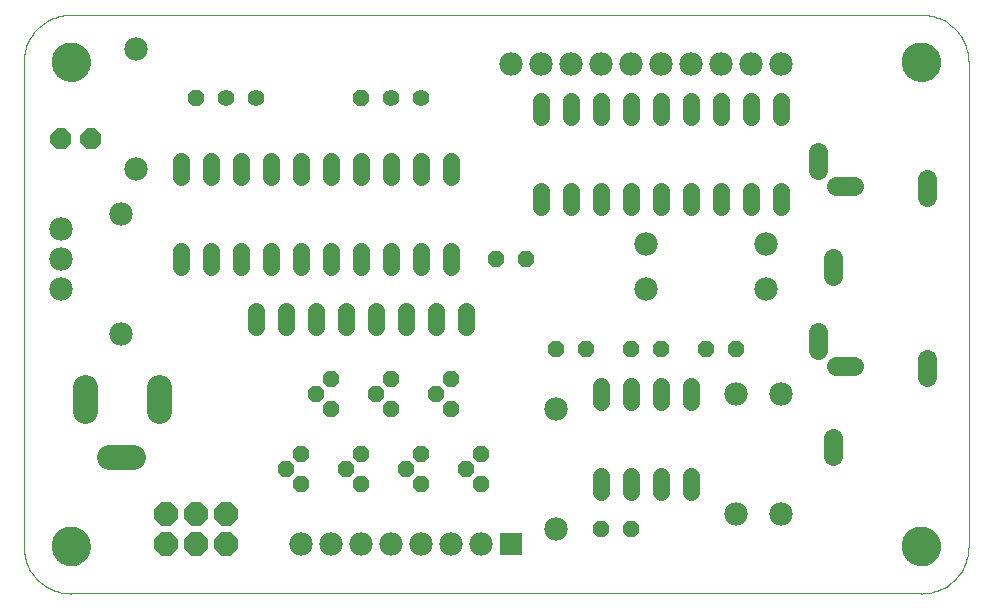
<source format=gts>
G75*
%MOIN*%
%OFA0B0*%
%FSLAX24Y24*%
%IPPOS*%
%LPD*%
%AMOC8*
5,1,8,0,0,1.08239X$1,22.5*
%
%ADD10C,0.0560*%
%ADD11OC8,0.0560*%
%ADD12C,0.0634*%
%ADD13C,0.0780*%
%ADD14OC8,0.0555*%
%ADD15C,0.0555*%
%ADD16C,0.0000*%
%ADD17C,0.1300*%
%ADD18C,0.0840*%
%ADD19OC8,0.0780*%
%ADD20R,0.0780X0.0780*%
%ADD21OC8,0.0700*%
D10*
X013166Y012301D02*
X013166Y012821D01*
X014166Y012821D02*
X014166Y012301D01*
X015166Y012301D02*
X015166Y012821D01*
X016166Y012821D02*
X016166Y012301D01*
X017166Y012301D02*
X017166Y012821D01*
X018166Y012821D02*
X018166Y012301D01*
X019166Y012301D02*
X019166Y012821D01*
X020166Y012821D02*
X020166Y012301D01*
X019666Y014301D02*
X019666Y014821D01*
X018666Y014821D02*
X018666Y014301D01*
X017666Y014301D02*
X017666Y014821D01*
X016666Y014821D02*
X016666Y014301D01*
X015666Y014301D02*
X015666Y014821D01*
X014666Y014821D02*
X014666Y014301D01*
X013666Y014301D02*
X013666Y014821D01*
X012666Y014821D02*
X012666Y014301D01*
X011666Y014301D02*
X011666Y014821D01*
X010666Y014821D02*
X010666Y014301D01*
X010666Y017301D02*
X010666Y017821D01*
X011666Y017821D02*
X011666Y017301D01*
X012666Y017301D02*
X012666Y017821D01*
X013666Y017821D02*
X013666Y017301D01*
X014666Y017301D02*
X014666Y017821D01*
X015666Y017821D02*
X015666Y017301D01*
X016666Y017301D02*
X016666Y017821D01*
X017666Y017821D02*
X017666Y017301D01*
X018666Y017301D02*
X018666Y017821D01*
X019666Y017821D02*
X019666Y017301D01*
X022666Y016821D02*
X022666Y016301D01*
X023666Y016301D02*
X023666Y016821D01*
X024666Y016821D02*
X024666Y016301D01*
X025666Y016301D02*
X025666Y016821D01*
X026666Y016821D02*
X026666Y016301D01*
X027666Y016301D02*
X027666Y016821D01*
X028666Y016821D02*
X028666Y016301D01*
X029666Y016301D02*
X029666Y016821D01*
X030666Y016821D02*
X030666Y016301D01*
X030666Y019301D02*
X030666Y019821D01*
X029666Y019821D02*
X029666Y019301D01*
X028666Y019301D02*
X028666Y019821D01*
X027666Y019821D02*
X027666Y019301D01*
X026666Y019301D02*
X026666Y019821D01*
X025666Y019821D02*
X025666Y019301D01*
X024666Y019301D02*
X024666Y019821D01*
X023666Y019821D02*
X023666Y019301D01*
X022666Y019301D02*
X022666Y019821D01*
X024666Y010321D02*
X024666Y009801D01*
X025666Y009801D02*
X025666Y010321D01*
X026666Y010321D02*
X026666Y009801D01*
X027666Y009801D02*
X027666Y010321D01*
X027666Y007321D02*
X027666Y006801D01*
X026666Y006801D02*
X026666Y007321D01*
X025666Y007321D02*
X025666Y006801D01*
X024666Y006801D02*
X024666Y007321D01*
D11*
X024666Y005561D03*
X025666Y005561D03*
X020666Y007061D03*
X020166Y007561D03*
X020666Y008061D03*
X018666Y008061D03*
X018166Y007561D03*
X018666Y007061D03*
X016666Y007061D03*
X016166Y007561D03*
X016666Y008061D03*
X014666Y008061D03*
X014166Y007561D03*
X014666Y007061D03*
X015666Y009561D03*
X015166Y010061D03*
X015666Y010561D03*
X017166Y010061D03*
X017666Y009561D03*
X019166Y010061D03*
X019666Y009561D03*
X019666Y010561D03*
X017666Y010561D03*
X023166Y011561D03*
X024166Y011561D03*
X025666Y011561D03*
X026666Y011561D03*
X028166Y011561D03*
X029166Y011561D03*
X022166Y014561D03*
X021166Y014561D03*
D12*
X031883Y012130D02*
X031883Y011536D01*
X032491Y011006D02*
X033085Y011006D01*
X035544Y011224D02*
X035544Y010631D01*
X032394Y008586D02*
X032394Y007993D01*
X032394Y013993D02*
X032394Y014586D01*
X035544Y016631D02*
X035544Y017224D01*
X033085Y017006D02*
X032491Y017006D01*
X031883Y017536D02*
X031883Y018130D01*
D13*
X030666Y021061D03*
X029666Y021061D03*
X028666Y021061D03*
X027666Y021061D03*
X026666Y021061D03*
X025666Y021061D03*
X024666Y021061D03*
X023666Y021061D03*
X022666Y021061D03*
X021666Y021061D03*
X026166Y015061D03*
X026166Y013561D03*
X030166Y013561D03*
X030166Y015061D03*
X030666Y010061D03*
X029166Y010061D03*
X023166Y009561D03*
X029166Y006061D03*
X030666Y006061D03*
X023166Y005561D03*
X020666Y005061D03*
X019666Y005061D03*
X018666Y005061D03*
X017666Y005061D03*
X016666Y005061D03*
X015666Y005061D03*
X014666Y005061D03*
X008666Y012061D03*
X006666Y013561D03*
X006666Y014561D03*
X006666Y015561D03*
X008666Y016061D03*
X009166Y017561D03*
X009166Y021561D03*
D14*
X011166Y019923D03*
X016666Y019923D03*
D15*
X017666Y019923D03*
X018666Y019923D03*
X013166Y019923D03*
X012166Y019923D03*
D16*
X006993Y003416D02*
X035339Y003416D01*
X034709Y004990D02*
X034711Y005040D01*
X034717Y005090D01*
X034727Y005139D01*
X034741Y005187D01*
X034758Y005234D01*
X034779Y005279D01*
X034804Y005323D01*
X034832Y005364D01*
X034864Y005403D01*
X034898Y005440D01*
X034935Y005474D01*
X034975Y005504D01*
X035017Y005531D01*
X035061Y005555D01*
X035107Y005576D01*
X035154Y005592D01*
X035202Y005605D01*
X035252Y005614D01*
X035301Y005619D01*
X035352Y005620D01*
X035402Y005617D01*
X035451Y005610D01*
X035500Y005599D01*
X035548Y005584D01*
X035594Y005566D01*
X035639Y005544D01*
X035682Y005518D01*
X035723Y005489D01*
X035762Y005457D01*
X035798Y005422D01*
X035830Y005384D01*
X035860Y005344D01*
X035887Y005301D01*
X035910Y005257D01*
X035929Y005211D01*
X035945Y005163D01*
X035957Y005114D01*
X035965Y005065D01*
X035969Y005015D01*
X035969Y004965D01*
X035965Y004915D01*
X035957Y004866D01*
X035945Y004817D01*
X035929Y004769D01*
X035910Y004723D01*
X035887Y004679D01*
X035860Y004636D01*
X035830Y004596D01*
X035798Y004558D01*
X035762Y004523D01*
X035723Y004491D01*
X035682Y004462D01*
X035639Y004436D01*
X035594Y004414D01*
X035548Y004396D01*
X035500Y004381D01*
X035451Y004370D01*
X035402Y004363D01*
X035352Y004360D01*
X035301Y004361D01*
X035252Y004366D01*
X035202Y004375D01*
X035154Y004388D01*
X035107Y004404D01*
X035061Y004425D01*
X035017Y004449D01*
X034975Y004476D01*
X034935Y004506D01*
X034898Y004540D01*
X034864Y004577D01*
X034832Y004616D01*
X034804Y004657D01*
X034779Y004701D01*
X034758Y004746D01*
X034741Y004793D01*
X034727Y004841D01*
X034717Y004890D01*
X034711Y004940D01*
X034709Y004990D01*
X035339Y003415D02*
X035416Y003417D01*
X035493Y003423D01*
X035570Y003432D01*
X035646Y003445D01*
X035722Y003462D01*
X035796Y003483D01*
X035870Y003507D01*
X035942Y003535D01*
X036012Y003566D01*
X036081Y003601D01*
X036149Y003639D01*
X036214Y003680D01*
X036277Y003725D01*
X036338Y003773D01*
X036397Y003823D01*
X036453Y003876D01*
X036506Y003932D01*
X036556Y003991D01*
X036604Y004052D01*
X036649Y004115D01*
X036690Y004180D01*
X036728Y004248D01*
X036763Y004317D01*
X036794Y004387D01*
X036822Y004459D01*
X036846Y004533D01*
X036867Y004607D01*
X036884Y004683D01*
X036897Y004759D01*
X036906Y004836D01*
X036912Y004913D01*
X036914Y004990D01*
X036914Y021132D01*
X034709Y021132D02*
X034711Y021182D01*
X034717Y021232D01*
X034727Y021281D01*
X034741Y021329D01*
X034758Y021376D01*
X034779Y021421D01*
X034804Y021465D01*
X034832Y021506D01*
X034864Y021545D01*
X034898Y021582D01*
X034935Y021616D01*
X034975Y021646D01*
X035017Y021673D01*
X035061Y021697D01*
X035107Y021718D01*
X035154Y021734D01*
X035202Y021747D01*
X035252Y021756D01*
X035301Y021761D01*
X035352Y021762D01*
X035402Y021759D01*
X035451Y021752D01*
X035500Y021741D01*
X035548Y021726D01*
X035594Y021708D01*
X035639Y021686D01*
X035682Y021660D01*
X035723Y021631D01*
X035762Y021599D01*
X035798Y021564D01*
X035830Y021526D01*
X035860Y021486D01*
X035887Y021443D01*
X035910Y021399D01*
X035929Y021353D01*
X035945Y021305D01*
X035957Y021256D01*
X035965Y021207D01*
X035969Y021157D01*
X035969Y021107D01*
X035965Y021057D01*
X035957Y021008D01*
X035945Y020959D01*
X035929Y020911D01*
X035910Y020865D01*
X035887Y020821D01*
X035860Y020778D01*
X035830Y020738D01*
X035798Y020700D01*
X035762Y020665D01*
X035723Y020633D01*
X035682Y020604D01*
X035639Y020578D01*
X035594Y020556D01*
X035548Y020538D01*
X035500Y020523D01*
X035451Y020512D01*
X035402Y020505D01*
X035352Y020502D01*
X035301Y020503D01*
X035252Y020508D01*
X035202Y020517D01*
X035154Y020530D01*
X035107Y020546D01*
X035061Y020567D01*
X035017Y020591D01*
X034975Y020618D01*
X034935Y020648D01*
X034898Y020682D01*
X034864Y020719D01*
X034832Y020758D01*
X034804Y020799D01*
X034779Y020843D01*
X034758Y020888D01*
X034741Y020935D01*
X034727Y020983D01*
X034717Y021032D01*
X034711Y021082D01*
X034709Y021132D01*
X035339Y022707D02*
X035416Y022705D01*
X035493Y022699D01*
X035570Y022690D01*
X035646Y022677D01*
X035722Y022660D01*
X035796Y022639D01*
X035870Y022615D01*
X035942Y022587D01*
X036012Y022556D01*
X036081Y022521D01*
X036149Y022483D01*
X036214Y022442D01*
X036277Y022397D01*
X036338Y022349D01*
X036397Y022299D01*
X036453Y022246D01*
X036506Y022190D01*
X036556Y022131D01*
X036604Y022070D01*
X036649Y022007D01*
X036690Y021942D01*
X036728Y021874D01*
X036763Y021805D01*
X036794Y021735D01*
X036822Y021663D01*
X036846Y021589D01*
X036867Y021515D01*
X036884Y021439D01*
X036897Y021363D01*
X036906Y021286D01*
X036912Y021209D01*
X036914Y021132D01*
X035339Y022707D02*
X006993Y022707D01*
X006363Y021132D02*
X006365Y021182D01*
X006371Y021232D01*
X006381Y021281D01*
X006395Y021329D01*
X006412Y021376D01*
X006433Y021421D01*
X006458Y021465D01*
X006486Y021506D01*
X006518Y021545D01*
X006552Y021582D01*
X006589Y021616D01*
X006629Y021646D01*
X006671Y021673D01*
X006715Y021697D01*
X006761Y021718D01*
X006808Y021734D01*
X006856Y021747D01*
X006906Y021756D01*
X006955Y021761D01*
X007006Y021762D01*
X007056Y021759D01*
X007105Y021752D01*
X007154Y021741D01*
X007202Y021726D01*
X007248Y021708D01*
X007293Y021686D01*
X007336Y021660D01*
X007377Y021631D01*
X007416Y021599D01*
X007452Y021564D01*
X007484Y021526D01*
X007514Y021486D01*
X007541Y021443D01*
X007564Y021399D01*
X007583Y021353D01*
X007599Y021305D01*
X007611Y021256D01*
X007619Y021207D01*
X007623Y021157D01*
X007623Y021107D01*
X007619Y021057D01*
X007611Y021008D01*
X007599Y020959D01*
X007583Y020911D01*
X007564Y020865D01*
X007541Y020821D01*
X007514Y020778D01*
X007484Y020738D01*
X007452Y020700D01*
X007416Y020665D01*
X007377Y020633D01*
X007336Y020604D01*
X007293Y020578D01*
X007248Y020556D01*
X007202Y020538D01*
X007154Y020523D01*
X007105Y020512D01*
X007056Y020505D01*
X007006Y020502D01*
X006955Y020503D01*
X006906Y020508D01*
X006856Y020517D01*
X006808Y020530D01*
X006761Y020546D01*
X006715Y020567D01*
X006671Y020591D01*
X006629Y020618D01*
X006589Y020648D01*
X006552Y020682D01*
X006518Y020719D01*
X006486Y020758D01*
X006458Y020799D01*
X006433Y020843D01*
X006412Y020888D01*
X006395Y020935D01*
X006381Y020983D01*
X006371Y021032D01*
X006365Y021082D01*
X006363Y021132D01*
X005418Y021132D02*
X005420Y021209D01*
X005426Y021286D01*
X005435Y021363D01*
X005448Y021439D01*
X005465Y021515D01*
X005486Y021589D01*
X005510Y021663D01*
X005538Y021735D01*
X005569Y021805D01*
X005604Y021874D01*
X005642Y021942D01*
X005683Y022007D01*
X005728Y022070D01*
X005776Y022131D01*
X005826Y022190D01*
X005879Y022246D01*
X005935Y022299D01*
X005994Y022349D01*
X006055Y022397D01*
X006118Y022442D01*
X006183Y022483D01*
X006251Y022521D01*
X006320Y022556D01*
X006390Y022587D01*
X006462Y022615D01*
X006536Y022639D01*
X006610Y022660D01*
X006686Y022677D01*
X006762Y022690D01*
X006839Y022699D01*
X006916Y022705D01*
X006993Y022707D01*
X005418Y021132D02*
X005418Y004990D01*
X006363Y004990D02*
X006365Y005040D01*
X006371Y005090D01*
X006381Y005139D01*
X006395Y005187D01*
X006412Y005234D01*
X006433Y005279D01*
X006458Y005323D01*
X006486Y005364D01*
X006518Y005403D01*
X006552Y005440D01*
X006589Y005474D01*
X006629Y005504D01*
X006671Y005531D01*
X006715Y005555D01*
X006761Y005576D01*
X006808Y005592D01*
X006856Y005605D01*
X006906Y005614D01*
X006955Y005619D01*
X007006Y005620D01*
X007056Y005617D01*
X007105Y005610D01*
X007154Y005599D01*
X007202Y005584D01*
X007248Y005566D01*
X007293Y005544D01*
X007336Y005518D01*
X007377Y005489D01*
X007416Y005457D01*
X007452Y005422D01*
X007484Y005384D01*
X007514Y005344D01*
X007541Y005301D01*
X007564Y005257D01*
X007583Y005211D01*
X007599Y005163D01*
X007611Y005114D01*
X007619Y005065D01*
X007623Y005015D01*
X007623Y004965D01*
X007619Y004915D01*
X007611Y004866D01*
X007599Y004817D01*
X007583Y004769D01*
X007564Y004723D01*
X007541Y004679D01*
X007514Y004636D01*
X007484Y004596D01*
X007452Y004558D01*
X007416Y004523D01*
X007377Y004491D01*
X007336Y004462D01*
X007293Y004436D01*
X007248Y004414D01*
X007202Y004396D01*
X007154Y004381D01*
X007105Y004370D01*
X007056Y004363D01*
X007006Y004360D01*
X006955Y004361D01*
X006906Y004366D01*
X006856Y004375D01*
X006808Y004388D01*
X006761Y004404D01*
X006715Y004425D01*
X006671Y004449D01*
X006629Y004476D01*
X006589Y004506D01*
X006552Y004540D01*
X006518Y004577D01*
X006486Y004616D01*
X006458Y004657D01*
X006433Y004701D01*
X006412Y004746D01*
X006395Y004793D01*
X006381Y004841D01*
X006371Y004890D01*
X006365Y004940D01*
X006363Y004990D01*
X005418Y004990D02*
X005420Y004913D01*
X005426Y004836D01*
X005435Y004759D01*
X005448Y004683D01*
X005465Y004607D01*
X005486Y004533D01*
X005510Y004459D01*
X005538Y004387D01*
X005569Y004317D01*
X005604Y004248D01*
X005642Y004180D01*
X005683Y004115D01*
X005728Y004052D01*
X005776Y003991D01*
X005826Y003932D01*
X005879Y003876D01*
X005935Y003823D01*
X005994Y003773D01*
X006055Y003725D01*
X006118Y003680D01*
X006183Y003639D01*
X006251Y003601D01*
X006320Y003566D01*
X006390Y003535D01*
X006462Y003507D01*
X006536Y003483D01*
X006610Y003462D01*
X006686Y003445D01*
X006762Y003432D01*
X006839Y003423D01*
X006916Y003417D01*
X006993Y003415D01*
D17*
X006993Y004990D03*
X006993Y021132D03*
X035339Y021132D03*
X035339Y004990D03*
D18*
X009916Y009511D02*
X009916Y010311D01*
X007466Y010311D02*
X007466Y009511D01*
X008266Y007961D02*
X009066Y007961D01*
D19*
X010166Y006061D03*
X011166Y006061D03*
X012166Y006061D03*
X012166Y005061D03*
X011166Y005061D03*
X010166Y005061D03*
D20*
X021666Y005061D03*
D21*
X007666Y018561D03*
X006666Y018561D03*
M02*

</source>
